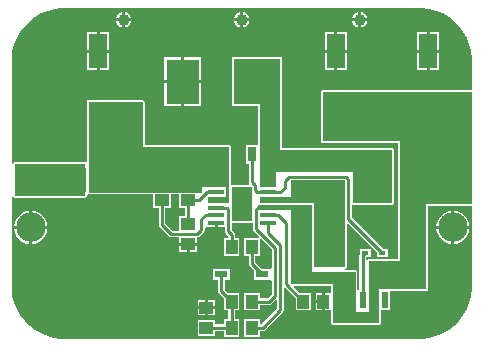
<source format=gtl>
G04 Layer_Physical_Order=1*
G04 Layer_Color=255*
%FSLAX44Y44*%
%MOMM*%
G71*
G01*
G75*
%ADD10R,1.3858X0.4410*%
%ADD11R,1.7526X2.9464*%
%ADD12R,0.5680X1.4112*%
%ADD13R,0.7112X1.2446*%
%ADD14R,2.7940X3.8100*%
%ADD15R,0.6096X0.3556*%
%ADD16R,1.0056X1.2000*%
%ADD17R,2.0000X1.7000*%
%ADD18R,1.5620X2.9908*%
%ADD19R,2.1740X2.0844*%
%ADD20R,1.2000X1.0056*%
%ADD21R,1.1000X0.6100*%
%ADD22C,0.2500*%
%ADD23C,2.5000*%
%ADD24C,1.0000*%
G36*
X147000Y115694D02*
X151696D01*
Y108556D01*
X147000D01*
Y96554D01*
X141411D01*
X135304Y102662D01*
Y115694D01*
X140000D01*
Y127126D01*
X147000D01*
Y115694D01*
D02*
G37*
G36*
X116250Y167250D02*
X189500D01*
Y120250D01*
X171250D01*
Y124750D01*
X186750D01*
Y133250D01*
X166250D01*
Y128750D01*
X70750D01*
Y205500D01*
X116250D01*
Y167250D01*
D02*
G37*
G36*
X225196Y80839D02*
Y64832D01*
X224250Y64050D01*
X223926Y64050D01*
X216665D01*
X211332Y69383D01*
Y75000D01*
X215056D01*
Y89183D01*
X216326Y89709D01*
X225196Y80839D01*
D02*
G37*
G36*
X350000Y285000D02*
X352949Y285000D01*
X358798Y284230D01*
X364496Y282703D01*
X369946Y280446D01*
X375054Y277496D01*
X379734Y273905D01*
X383905Y269734D01*
X387496Y265054D01*
X390446Y259946D01*
X392703Y254496D01*
X394230Y248798D01*
X395000Y242949D01*
X395000Y240000D01*
X395000D01*
X395000Y240000D01*
Y215374D01*
X268500D01*
X267352Y214898D01*
X266876Y213750D01*
Y172250D01*
X267352Y171102D01*
X268500Y170626D01*
X332126D01*
Y72124D01*
X307500D01*
X306352Y71648D01*
X306299Y71520D01*
X305029Y71773D01*
Y74303D01*
X305198Y74472D01*
X309059D01*
Y81028D01*
X299963D01*
Y77028D01*
X299635Y76537D01*
X299421Y75464D01*
Y46056D01*
X297885D01*
X297874Y47321D01*
Y61250D01*
X297398Y62398D01*
X296250Y62874D01*
X287898D01*
X287645Y64144D01*
X288148Y64352D01*
X288624Y65500D01*
Y102491D01*
X289797Y102977D01*
X314441Y78333D01*
Y74472D01*
X323537D01*
Y81028D01*
X319676D01*
X293054Y107650D01*
Y118161D01*
X293750Y118626D01*
X327000D01*
X328148Y119102D01*
X328624Y120250D01*
Y165000D01*
X328148Y166148D01*
X327000Y166624D01*
X234124D01*
Y242000D01*
X233648Y243148D01*
X232500Y243624D01*
X193000D01*
X192219Y243300D01*
X191732D01*
Y242859D01*
X191376Y242000D01*
Y203750D01*
X191732Y202892D01*
Y202200D01*
X192822D01*
X193000Y202126D01*
X213376D01*
Y168723D01*
X203935D01*
Y153277D01*
X206187D01*
Y137643D01*
X206364Y136752D01*
X206162Y136245D01*
X205600Y135482D01*
X191124D01*
Y167250D01*
X190648Y168398D01*
X189500Y168874D01*
X117874D01*
Y205500D01*
X117398Y206648D01*
X116250Y207124D01*
X70750D01*
X70340Y206954D01*
X69190D01*
Y205653D01*
X69126Y205500D01*
Y155075D01*
X67856Y154226D01*
X67500Y154374D01*
X7750D01*
X6602Y153898D01*
X6270Y153097D01*
X5000Y153349D01*
Y240000D01*
Y242950D01*
X5770Y248798D01*
X7297Y254496D01*
X9554Y259946D01*
X12504Y265054D01*
X16095Y269734D01*
X20266Y273905D01*
X24946Y277496D01*
X30054Y280446D01*
X35504Y282703D01*
X41202Y284230D01*
X47050Y285000D01*
X50000D01*
X50000Y285000D01*
X350000Y285000D01*
D02*
G37*
G36*
X287000Y65500D02*
X261250D01*
Y119750D01*
X215000D01*
Y124750D01*
X241250D01*
Y139500D01*
X287000D01*
Y65500D01*
D02*
G37*
G36*
X67500Y125750D02*
X7750D01*
Y152750D01*
X67500D01*
Y125750D01*
D02*
G37*
G36*
X70750Y127126D02*
X125000D01*
Y115694D01*
X129696D01*
Y101500D01*
X129909Y100427D01*
X130517Y99517D01*
X138267Y91767D01*
X139177Y91160D01*
X140250Y90946D01*
X147000D01*
Y86222D01*
X154500D01*
X162000D01*
Y90946D01*
X162250D01*
X163323Y91160D01*
X164233Y91767D01*
X167733Y95267D01*
X168340Y96177D01*
X168554Y97250D01*
Y99055D01*
X169727Y99289D01*
Y99289D01*
X176906D01*
Y102994D01*
X179406D01*
Y99289D01*
X185683D01*
Y96013D01*
X185896Y94940D01*
X186504Y94030D01*
X188668Y91867D01*
Y90000D01*
X184944D01*
Y75000D01*
X198000D01*
Y90000D01*
X194276D01*
Y93028D01*
X194062Y94101D01*
X193455Y95011D01*
X191291Y97174D01*
Y103018D01*
X209361D01*
Y97835D01*
X209575Y96762D01*
X210182Y95852D01*
X214765Y91270D01*
X214239Y90000D01*
X202000D01*
Y75000D01*
X205724D01*
Y68222D01*
X205938Y67149D01*
X206545Y66239D01*
X210250Y62535D01*
Y54950D01*
X223926D01*
X224250Y54950D01*
X225196Y54168D01*
Y42661D01*
X221839Y39304D01*
X215056D01*
Y44000D01*
X202000D01*
Y29000D01*
X215056D01*
Y33696D01*
X223000D01*
X224073Y33910D01*
X224983Y34517D01*
X228523Y38058D01*
X229696Y37571D01*
Y30411D01*
X216339Y17054D01*
X215056D01*
Y21750D01*
X202000D01*
Y6750D01*
X215056D01*
Y11446D01*
X217500D01*
X218573Y11659D01*
X219483Y12267D01*
X234483Y27267D01*
X235090Y28177D01*
X235304Y29250D01*
Y47544D01*
X236477Y48029D01*
X245444Y39063D01*
Y29000D01*
X258500D01*
Y44000D01*
X248437D01*
X243984Y48453D01*
X244470Y49626D01*
X275876D01*
Y45137D01*
X275556Y44000D01*
X274606Y44000D01*
X270278D01*
Y36500D01*
Y29000D01*
X275556Y29000D01*
X275876Y27863D01*
Y18500D01*
X276352Y17352D01*
X277500Y16876D01*
X316500D01*
X317648Y17352D01*
X318124Y18500D01*
Y28944D01*
X325615D01*
Y45126D01*
X356250D01*
X357398Y45602D01*
X357874Y46750D01*
Y117126D01*
X395000D01*
X395000Y50000D01*
X395000Y47050D01*
X394230Y41202D01*
X392703Y35504D01*
X390446Y30054D01*
X387496Y24946D01*
X383905Y20266D01*
X379734Y16094D01*
X375054Y12503D01*
X369946Y9554D01*
X364496Y7297D01*
X358798Y5770D01*
X352949Y5000D01*
X350000Y5000D01*
X50000D01*
X47050Y5000D01*
X41202Y5770D01*
X35504Y7297D01*
X30054Y9554D01*
X24946Y12503D01*
X20266Y16094D01*
X16095Y20266D01*
X12504Y24946D01*
X9554Y30054D01*
X7297Y35504D01*
X5770Y41202D01*
X5000Y47050D01*
X5000Y50000D01*
Y125151D01*
X6270Y125403D01*
X6602Y124602D01*
X7750Y124126D01*
X67500D01*
X68648Y124602D01*
X69124Y125750D01*
Y126426D01*
X70394Y127274D01*
X70750Y127126D01*
D02*
G37*
G36*
X232500Y165000D02*
X327000D01*
Y120250D01*
X293750D01*
Y146250D01*
X228750D01*
Y133500D01*
X215000D01*
Y203750D01*
X193000D01*
Y242000D01*
X232500D01*
Y165000D01*
D02*
G37*
G36*
X395000Y118750D02*
X356250D01*
Y46750D01*
X316500D01*
Y18500D01*
X277500D01*
Y51250D01*
X241250D01*
Y113750D01*
X213749D01*
Y118250D01*
X259750D01*
Y61250D01*
X296250D01*
Y27250D01*
X307500D01*
Y70500D01*
X333750D01*
Y172250D01*
X268500D01*
Y213750D01*
X395000D01*
Y118750D01*
D02*
G37*
%LPC*%
G36*
X148548Y221500D02*
X134328D01*
Y202200D01*
X148548D01*
Y221500D01*
D02*
G37*
G36*
X198750Y273750D02*
X193608D01*
X193667Y273303D01*
X194322Y271722D01*
X195364Y270364D01*
X196722Y269322D01*
X198303Y268667D01*
X198750Y268608D01*
Y273750D01*
D02*
G37*
G36*
X206392D02*
X201250D01*
Y268608D01*
X201697Y268667D01*
X203278Y269322D01*
X204636Y270364D01*
X205678Y271722D01*
X206333Y273303D01*
X206392Y273750D01*
D02*
G37*
G36*
X298750D02*
X293608D01*
X293667Y273303D01*
X294322Y271722D01*
X295364Y270364D01*
X296722Y269322D01*
X298303Y268667D01*
X298750Y268608D01*
Y273750D01*
D02*
G37*
G36*
X288810Y265024D02*
X280750D01*
Y249820D01*
X288810D01*
Y265024D01*
D02*
G37*
G36*
X98750Y273750D02*
X93609D01*
X93667Y273303D01*
X94322Y271722D01*
X95364Y270364D01*
X96722Y269322D01*
X98303Y268667D01*
X98750Y268608D01*
Y273750D01*
D02*
G37*
G36*
X106391D02*
X101250D01*
Y268608D01*
X101697Y268667D01*
X103278Y269322D01*
X104636Y270364D01*
X105678Y271722D01*
X106333Y273303D01*
X106391Y273750D01*
D02*
G37*
G36*
X306392D02*
X301250D01*
Y268608D01*
X301697Y268667D01*
X303278Y269322D01*
X304636Y270364D01*
X305678Y271722D01*
X306333Y273303D01*
X306392Y273750D01*
D02*
G37*
G36*
X201250Y281392D02*
Y276250D01*
X206392D01*
X206333Y276697D01*
X205678Y278278D01*
X204636Y279636D01*
X203278Y280678D01*
X201697Y281333D01*
X201250Y281392D01*
D02*
G37*
G36*
X298750D02*
X298303Y281333D01*
X296722Y280678D01*
X295364Y279636D01*
X294322Y278278D01*
X293667Y276697D01*
X293608Y276250D01*
X298750D01*
Y281392D01*
D02*
G37*
G36*
X301250D02*
Y276250D01*
X306392D01*
X306333Y276697D01*
X305678Y278278D01*
X304636Y279636D01*
X303278Y280678D01*
X301697Y281333D01*
X301250Y281392D01*
D02*
G37*
G36*
X98750D02*
X98303Y281333D01*
X96722Y280678D01*
X95364Y279636D01*
X94322Y278278D01*
X93667Y276697D01*
X93609Y276250D01*
X98750D01*
Y281392D01*
D02*
G37*
G36*
X101250D02*
Y276250D01*
X106391D01*
X106333Y276697D01*
X105678Y278278D01*
X104636Y279636D01*
X103278Y280678D01*
X101697Y281333D01*
X101250Y281392D01*
D02*
G37*
G36*
X198750D02*
X198303Y281333D01*
X196722Y280678D01*
X195364Y279636D01*
X194322Y278278D01*
X193667Y276697D01*
X193608Y276250D01*
X198750D01*
Y281392D01*
D02*
G37*
G36*
X87810Y265024D02*
X79750D01*
Y249820D01*
X87810D01*
Y265024D01*
D02*
G37*
G36*
X77250Y247320D02*
X69190D01*
Y232116D01*
X77250D01*
Y247320D01*
D02*
G37*
G36*
X87810D02*
X79750D01*
Y232116D01*
X87810D01*
Y247320D01*
D02*
G37*
G36*
X278250D02*
X270190D01*
Y232116D01*
X278250D01*
Y247320D01*
D02*
G37*
G36*
X165268Y221500D02*
X151048D01*
Y202200D01*
X165268D01*
Y221500D01*
D02*
G37*
G36*
X148548Y243300D02*
X134328D01*
Y224000D01*
X148548D01*
Y243300D01*
D02*
G37*
G36*
X165268D02*
X151048D01*
Y224000D01*
X165268D01*
Y243300D01*
D02*
G37*
G36*
X288810Y247320D02*
X280750D01*
Y232116D01*
X288810D01*
Y247320D01*
D02*
G37*
G36*
X367060Y265024D02*
X359000D01*
Y249820D01*
X367060D01*
Y265024D01*
D02*
G37*
G36*
X77250Y265024D02*
X69190D01*
Y249820D01*
X77250D01*
Y265024D01*
D02*
G37*
G36*
X278250D02*
X270190D01*
Y249820D01*
X278250D01*
Y265024D01*
D02*
G37*
G36*
X356500Y247320D02*
X348440D01*
Y232116D01*
X356500D01*
Y247320D01*
D02*
G37*
G36*
X367060D02*
X359000D01*
Y232116D01*
X367060D01*
Y247320D01*
D02*
G37*
G36*
X356500Y265024D02*
X348440D01*
Y249820D01*
X356500D01*
Y265024D01*
D02*
G37*
G36*
X392706Y98000D02*
X380000D01*
Y85294D01*
X382405Y85610D01*
X385810Y87021D01*
X388735Y89265D01*
X390979Y92190D01*
X392390Y95595D01*
X392706Y98000D01*
D02*
G37*
G36*
X20000Y113206D02*
X17595Y112890D01*
X14190Y111479D01*
X11265Y109235D01*
X9021Y106310D01*
X7610Y102905D01*
X7294Y100500D01*
X20000D01*
Y113206D01*
D02*
G37*
G36*
X377500D02*
X375095Y112890D01*
X371690Y111479D01*
X368765Y109235D01*
X366521Y106310D01*
X365110Y102905D01*
X364794Y100500D01*
X377500D01*
Y113206D01*
D02*
G37*
G36*
X380000D02*
Y100500D01*
X392706D01*
X392390Y102905D01*
X390979Y106310D01*
X388735Y109235D01*
X385810Y111479D01*
X382405Y112890D01*
X380000Y113206D01*
D02*
G37*
G36*
X22500D02*
Y100500D01*
X35206D01*
X34890Y102905D01*
X33479Y106310D01*
X31235Y109235D01*
X28310Y111479D01*
X24905Y112890D01*
X22500Y113206D01*
D02*
G37*
G36*
X35206Y98000D02*
X22500D01*
Y85294D01*
X24905Y85610D01*
X28310Y87021D01*
X31235Y89265D01*
X33479Y92190D01*
X34890Y95595D01*
X35206Y98000D01*
D02*
G37*
G36*
X267778Y35250D02*
X262500D01*
Y29000D01*
X267778D01*
Y35250D01*
D02*
G37*
G36*
X168750Y37806D02*
X162500D01*
Y32528D01*
X168750D01*
Y37806D01*
D02*
G37*
G36*
X177500Y30028D02*
X171250D01*
Y24750D01*
X177500D01*
Y30028D01*
D02*
G37*
G36*
X189750Y64050D02*
X175750D01*
Y54950D01*
X179946D01*
Y45222D01*
X180159Y44149D01*
X180767Y43239D01*
X184944Y39063D01*
Y29000D01*
X188668D01*
Y21750D01*
X184944D01*
Y17054D01*
X177500D01*
Y20750D01*
X162500D01*
Y7694D01*
X177500D01*
Y11446D01*
X184944D01*
Y6750D01*
X198000D01*
Y21750D01*
X194276D01*
Y29000D01*
X198000D01*
Y44000D01*
X187937D01*
X185554Y46383D01*
Y54950D01*
X189750D01*
Y64050D01*
D02*
G37*
G36*
X168750Y30028D02*
X162500D01*
Y24750D01*
X168750D01*
Y30028D01*
D02*
G37*
G36*
X177500Y37806D02*
X171250D01*
Y32528D01*
X177500D01*
Y37806D01*
D02*
G37*
G36*
X20000Y98000D02*
X7294D01*
X7610Y95595D01*
X9021Y92190D01*
X11265Y89265D01*
X14190Y87021D01*
X17595Y85610D01*
X20000Y85294D01*
Y98000D01*
D02*
G37*
G36*
X377500D02*
X364794D01*
X365110Y95595D01*
X366521Y92190D01*
X368765Y89265D01*
X371690Y87021D01*
X375095Y85610D01*
X377500Y85294D01*
Y98000D01*
D02*
G37*
G36*
X162000Y83722D02*
X155750D01*
Y78444D01*
X162000D01*
Y83722D01*
D02*
G37*
G36*
X267778Y44000D02*
X262500D01*
Y37750D01*
X267778D01*
Y44000D01*
D02*
G37*
G36*
X153250Y83722D02*
X147000D01*
Y78444D01*
X153250D01*
Y83722D01*
D02*
G37*
%LPD*%
D10*
X178156Y135506D02*
D03*
Y129004D02*
D03*
Y122501D02*
D03*
Y115999D02*
D03*
Y109496D02*
D03*
Y102994D02*
D03*
X221844D02*
D03*
Y109496D02*
D03*
Y115999D02*
D03*
Y122501D02*
D03*
Y129004D02*
D03*
Y135506D02*
D03*
D11*
X200000Y119250D02*
D03*
D12*
X311750Y56804D02*
D03*
X321275Y37500D02*
D03*
X302225D02*
D03*
D13*
X208991Y161000D02*
D03*
X226009D02*
D03*
D14*
X207202Y222750D02*
D03*
X149798D02*
D03*
D15*
X304511Y77750D02*
D03*
X318989D02*
D03*
D16*
X251972Y73500D02*
D03*
X269028D02*
D03*
X251972Y36500D02*
D03*
X269028D02*
D03*
X208528Y14250D02*
D03*
X191472D02*
D03*
X208528Y36500D02*
D03*
X191472D02*
D03*
X208528Y82500D02*
D03*
X191472D02*
D03*
D17*
X276000Y129750D02*
D03*
X316000D02*
D03*
D18*
X279500Y248570D02*
D03*
Y190500D02*
D03*
X357750Y248570D02*
D03*
Y190500D02*
D03*
X78500Y248570D02*
D03*
Y190500D02*
D03*
D19*
X56680Y139250D02*
D03*
X93820D02*
D03*
D20*
X170000Y14222D02*
D03*
Y31278D02*
D03*
X154500Y102028D02*
D03*
Y84972D02*
D03*
X132500Y139278D02*
D03*
Y122222D02*
D03*
X154500Y139278D02*
D03*
Y122222D02*
D03*
D21*
X182750Y59500D02*
D03*
X217250D02*
D03*
D22*
X302225Y37500D02*
Y75464D01*
X304511Y77750D01*
X290250Y106489D02*
X318989Y77750D01*
X290250Y106489D02*
Y140500D01*
X288500Y142250D02*
X290250Y140500D01*
X240000Y142250D02*
X288500D01*
X236250Y138500D02*
X240000Y142250D01*
X236250Y133000D02*
Y138500D01*
X232254Y129004D02*
X236250Y133000D01*
X221844Y129004D02*
X232254D01*
X213246D02*
X221844D01*
X211513Y130737D02*
X213246Y129004D01*
X211513Y130737D02*
Y135121D01*
X208991Y137643D02*
X211513Y135121D01*
X208991Y137643D02*
Y161000D01*
X237250Y51222D02*
X251972Y36500D01*
X237250Y51222D02*
Y103250D01*
X231004Y109496D02*
X237250Y103250D01*
X221844Y109496D02*
X231004D01*
X232500Y29250D02*
Y84000D01*
X217500Y14250D02*
X232500Y29250D01*
X208528Y14250D02*
X217500D01*
X221844Y94656D02*
Y102994D01*
Y94656D02*
X232500Y84000D01*
X212165Y97835D02*
X228000Y82000D01*
X212165Y97835D02*
Y114415D01*
X228000Y41500D02*
Y82000D01*
X213749Y115999D02*
X221844D01*
X212165Y114415D02*
X213749Y115999D01*
X223000Y36500D02*
X228000Y41500D01*
X208528Y36500D02*
X223000D01*
X170000Y14222D02*
X170028Y14250D01*
X191472D01*
Y36500D01*
X182750Y45222D02*
X191472Y36500D01*
X182750Y45222D02*
Y59500D01*
X208528Y68222D02*
X217250Y59500D01*
X208528Y68222D02*
Y82500D01*
X191472D02*
Y93028D01*
X188487Y96013D02*
X191472Y93028D01*
X188487Y96013D02*
Y114763D01*
X187251Y115999D02*
X188487Y114763D01*
X178156Y115999D02*
X187251D01*
X169246Y109496D02*
X178156D01*
X165750Y106000D02*
X169246Y109496D01*
X165750Y97250D02*
Y106000D01*
X162250Y93750D02*
X165750Y97250D01*
X140250Y93750D02*
X162250D01*
X132500Y101500D02*
X140250Y93750D01*
X132500Y101500D02*
Y122222D01*
X154500Y102028D02*
Y122222D01*
X170532Y129004D02*
X178156D01*
X163750Y122222D02*
X170532Y129004D01*
X154500Y122222D02*
X163750D01*
D23*
X21250Y99250D02*
D03*
Y139250D02*
D03*
X378750D02*
D03*
Y99250D02*
D03*
D24*
X300000Y275000D02*
D03*
X200000D02*
D03*
X100000D02*
D03*
M02*

</source>
